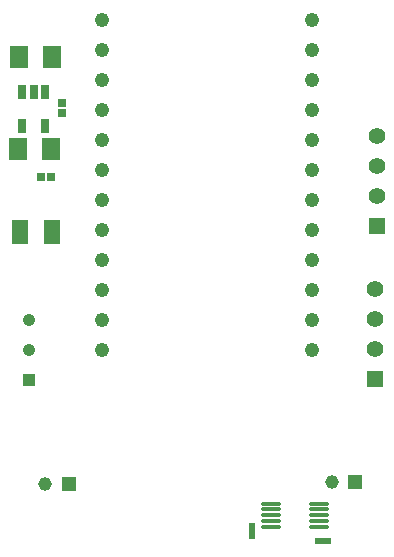
<source format=gbs>
G04 Layer_Color=16711935*
%FSLAX24Y24*%
%MOIN*%
G70*
G01*
G75*
%ADD48R,0.0316X0.0316*%
%ADD54R,0.0454X0.0454*%
%ADD55C,0.0454*%
%ADD56R,0.0552X0.0552*%
%ADD57C,0.0552*%
%ADD58C,0.0415*%
%ADD59R,0.0415X0.0415*%
%ADD60C,0.0480*%
%ADD61R,0.0316X0.0316*%
%ADD62R,0.0198X0.0277*%
%ADD63R,0.0592X0.0730*%
%ADD64R,0.0277X0.0198*%
%ADD65O,0.0689X0.0138*%
%ADD66R,0.0552X0.0198*%
%ADD67R,0.0316X0.0493*%
D48*
X-4440Y5096D02*
D03*
Y5450D02*
D03*
D54*
X-4200Y-7250D02*
D03*
X5337Y-7200D02*
D03*
D55*
X-4987Y-7250D02*
D03*
X4550Y-7200D02*
D03*
D56*
X6000Y-3750D02*
D03*
X6050Y1350D02*
D03*
D57*
X6000Y-2750D02*
D03*
Y-1750D02*
D03*
Y-750D02*
D03*
X6050Y4350D02*
D03*
Y3350D02*
D03*
Y2350D02*
D03*
D58*
X-5550Y-1800D02*
D03*
Y-2800D02*
D03*
D59*
Y-3800D02*
D03*
D60*
X3914Y-1802D02*
D03*
X3914Y-2802D02*
D03*
X3914Y-802D02*
D03*
Y198D02*
D03*
Y1198D02*
D03*
Y2198D02*
D03*
Y3198D02*
D03*
Y4198D02*
D03*
Y5198D02*
D03*
Y6198D02*
D03*
Y7198D02*
D03*
Y8198D02*
D03*
X-3094Y-2802D02*
D03*
X-3094Y-1802D02*
D03*
Y-802D02*
D03*
Y198D02*
D03*
Y1198D02*
D03*
Y2198D02*
D03*
Y3198D02*
D03*
Y4198D02*
D03*
Y5198D02*
D03*
Y6198D02*
D03*
X-3094Y7198D02*
D03*
Y8198D02*
D03*
D61*
X-4786Y2970D02*
D03*
X-5140D02*
D03*
D62*
X1910Y-8968D02*
D03*
Y-8692D02*
D03*
D63*
X-4789Y3900D02*
D03*
X-5891D02*
D03*
X-4769Y6980D02*
D03*
X-5871D02*
D03*
D64*
X4408Y-9150D02*
D03*
X4132D02*
D03*
D65*
X4134Y-7909D02*
D03*
Y-8106D02*
D03*
Y-8303D02*
D03*
Y-8500D02*
D03*
Y-8697D02*
D03*
X2520Y-7909D02*
D03*
Y-8106D02*
D03*
Y-8303D02*
D03*
Y-8500D02*
D03*
Y-8697D02*
D03*
D66*
X-4776Y1435D02*
D03*
Y1238D02*
D03*
Y1042D02*
D03*
Y845D02*
D03*
X-5824Y1435D02*
D03*
Y1238D02*
D03*
Y1042D02*
D03*
Y845D02*
D03*
D67*
X-5754Y4689D02*
D03*
X-5006D02*
D03*
Y5811D02*
D03*
X-5380D02*
D03*
X-5754D02*
D03*
M02*

</source>
